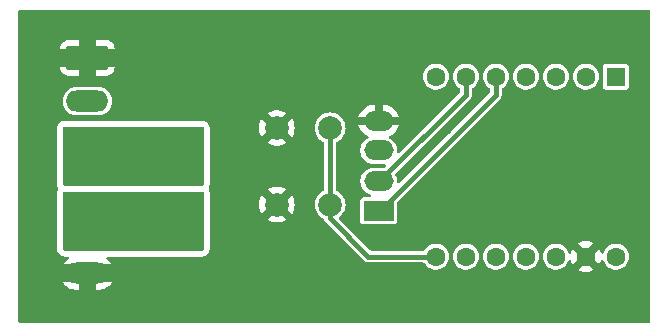
<source format=gbr>
%TF.GenerationSoftware,KiCad,Pcbnew,8.0.3*%
%TF.CreationDate,2024-06-15T12:10:25-04:00*%
%TF.ProjectId,RP2040_Count,52503230-3430-45f4-936f-756e742e6b69,v2*%
%TF.SameCoordinates,Original*%
%TF.FileFunction,Copper,L2,Bot*%
%TF.FilePolarity,Positive*%
%FSLAX46Y46*%
G04 Gerber Fmt 4.6, Leading zero omitted, Abs format (unit mm)*
G04 Created by KiCad (PCBNEW 8.0.3) date 2024-06-15 12:10:25*
%MOMM*%
%LPD*%
G01*
G04 APERTURE LIST*
G04 Aperture macros list*
%AMRoundRect*
0 Rectangle with rounded corners*
0 $1 Rounding radius*
0 $2 $3 $4 $5 $6 $7 $8 $9 X,Y pos of 4 corners*
0 Add a 4 corners polygon primitive as box body*
4,1,4,$2,$3,$4,$5,$6,$7,$8,$9,$2,$3,0*
0 Add four circle primitives for the rounded corners*
1,1,$1+$1,$2,$3*
1,1,$1+$1,$4,$5*
1,1,$1+$1,$6,$7*
1,1,$1+$1,$8,$9*
0 Add four rect primitives between the rounded corners*
20,1,$1+$1,$2,$3,$4,$5,0*
20,1,$1+$1,$4,$5,$6,$7,0*
20,1,$1+$1,$6,$7,$8,$9,0*
20,1,$1+$1,$8,$9,$2,$3,0*%
G04 Aperture macros list end*
%TA.AperFunction,ComponentPad*%
%ADD10RoundRect,0.250000X-1.550000X0.650000X-1.550000X-0.650000X1.550000X-0.650000X1.550000X0.650000X0*%
%TD*%
%TA.AperFunction,ComponentPad*%
%ADD11O,3.600000X1.800000*%
%TD*%
%TA.AperFunction,ComponentPad*%
%ADD12R,1.600000X1.600000*%
%TD*%
%TA.AperFunction,ComponentPad*%
%ADD13C,1.600000*%
%TD*%
%TA.AperFunction,ComponentPad*%
%ADD14RoundRect,0.291667X-1.508333X0.758333X-1.508333X-0.758333X1.508333X-0.758333X1.508333X0.758333X0*%
%TD*%
%TA.AperFunction,ComponentPad*%
%ADD15O,3.600000X2.100000*%
%TD*%
%TA.AperFunction,ComponentPad*%
%ADD16R,2.500000X1.700000*%
%TD*%
%TA.AperFunction,ComponentPad*%
%ADD17O,2.500000X1.700000*%
%TD*%
%TA.AperFunction,ComponentPad*%
%ADD18C,2.000000*%
%TD*%
%TA.AperFunction,ViaPad*%
%ADD19C,0.800000*%
%TD*%
%TA.AperFunction,Conductor*%
%ADD20C,0.400000*%
%TD*%
G04 APERTURE END LIST*
D10*
%TO.P,TB1,1,P1*%
%TO.N,VIN1*%
X105357500Y-92112500D03*
D11*
%TO.P,TB1,2,P2*%
%TO.N,GND*%
X105357500Y-95922500D03*
%TD*%
D12*
%TO.P,U2,1,PA02_A0_D0*%
%TO.N,unconnected-(U2-PA02_A0_D0-Pad1)*%
X150100000Y-79260000D03*
D13*
%TO.P,U2,2,PA4_A1_D1*%
%TO.N,unconnected-(U2-PA4_A1_D1-Pad2)*%
X147560000Y-79260000D03*
%TO.P,U2,3,PA10_A2_D2*%
%TO.N,unconnected-(U2-PA10_A2_D2-Pad3)*%
X145020000Y-79260000D03*
%TO.P,U2,4,PA11_A3_D3*%
%TO.N,unconnected-(U2-PA11_A3_D3-Pad4)*%
X142480000Y-79260000D03*
%TO.P,U2,5,PA8_A4_D4_SDA*%
%TO.N,I2C_SDA*%
X139940000Y-79260000D03*
%TO.P,U2,6,PA9_A5_D5_SCL*%
%TO.N,I2C_SCL*%
X137400000Y-79260000D03*
%TO.P,U2,7,PB08_A6_D6_TX*%
%TO.N,OUT1*%
X134860000Y-79260000D03*
%TO.P,U2,8,PB09_A7_D7_RX*%
%TO.N,SW1*%
X134860000Y-94500000D03*
%TO.P,U2,9,PA7_A8_D8_SCK*%
%TO.N,unconnected-(U2-PA7_A8_D8_SCK-Pad9)*%
X137400000Y-94500000D03*
%TO.P,U2,10,PA5_A9_D9_MISO*%
%TO.N,unconnected-(U2-PA5_A9_D9_MISO-Pad10)*%
X139940000Y-94500000D03*
%TO.P,U2,11,PA6_A10_D10_MOSI*%
%TO.N,unconnected-(U2-PA6_A10_D10_MOSI-Pad11)*%
X142480000Y-94500000D03*
%TO.P,U2,12,3V3*%
%TO.N,+3.3V*%
X145020000Y-94500000D03*
%TO.P,U2,13,GND*%
%TO.N,GND*%
X147560000Y-94500000D03*
%TO.P,U2,14,5V*%
%TO.N,+5V*%
X150100000Y-94500000D03*
%TD*%
D14*
%TO.P,J2,1,Pin_1*%
%TO.N,GND*%
X105357500Y-77680000D03*
D11*
%TO.P,J2,2,Pin_2*%
%TO.N,/DOUT1*%
X105357500Y-81340000D03*
D15*
%TO.P,J2,3,Pin_3*%
%TO.N,VOUT1*%
X105357500Y-85000000D03*
%TD*%
D16*
%TO.P,J3,1,Pin_1*%
%TO.N,I2C_SDA*%
X130010000Y-90620000D03*
D17*
%TO.P,J3,2,Pin_2*%
%TO.N,I2C_SCL*%
X130010000Y-88120000D03*
%TO.P,J3,3,Pin_3*%
%TO.N,+3.3V*%
X130010000Y-85520000D03*
%TO.P,J3,4,Pin_4*%
%TO.N,GND*%
X130010000Y-83020000D03*
%TD*%
D18*
%TO.P,SW1,1,1*%
%TO.N,SW1*%
X125900000Y-90100000D03*
X125900000Y-83600000D03*
%TO.P,SW1,2,2*%
%TO.N,GND*%
X121400000Y-90100000D03*
X121400000Y-83600000D03*
%TD*%
D19*
%TO.N,GND*%
X132450000Y-95810000D03*
X120200000Y-76900000D03*
X119500000Y-86500000D03*
X117400000Y-92700000D03*
X108000000Y-99000000D03*
X125600000Y-74600000D03*
X115900000Y-99000000D03*
X125510000Y-92560000D03*
X127630000Y-95110000D03*
X152200000Y-74400000D03*
X150700000Y-81900000D03*
X151900000Y-99200000D03*
X121400000Y-81000000D03*
X118000000Y-76900000D03*
X147050000Y-81900000D03*
X119100000Y-75900000D03*
X124600000Y-74600000D03*
X132600000Y-86900000D03*
X109100000Y-76400000D03*
X131500000Y-77900000D03*
X101000000Y-94500000D03*
X123510000Y-74660000D03*
X120200000Y-75900000D03*
X119800000Y-79500000D03*
X150600000Y-92600000D03*
X113700000Y-97300000D03*
X114200000Y-74200000D03*
X136200000Y-87300000D03*
X148400000Y-99100000D03*
X146290000Y-74320000D03*
X135800000Y-83800000D03*
X131310000Y-74310000D03*
X141800000Y-92800000D03*
X145300000Y-98900000D03*
X119500000Y-92600000D03*
X116600000Y-74200000D03*
X135400000Y-81100000D03*
X141000000Y-99000000D03*
X121060000Y-94050000D03*
X118000000Y-75900000D03*
X112000000Y-74200000D03*
X130120000Y-95930000D03*
X110700000Y-95500000D03*
X139140000Y-74310000D03*
X111500000Y-76400000D03*
X147000000Y-97900000D03*
X146100000Y-92500000D03*
X121900000Y-97200000D03*
X112100000Y-97100000D03*
X122700000Y-81000000D03*
X116300000Y-92700000D03*
X121000000Y-99000000D03*
X126600000Y-76100000D03*
X112080000Y-98970000D03*
X113100000Y-74200000D03*
X142625000Y-81900000D03*
X118800000Y-81000000D03*
X130160000Y-93130000D03*
X135000000Y-99000000D03*
X132400000Y-90200000D03*
X124830000Y-86510000D03*
X111500000Y-75200000D03*
X119800000Y-81000000D03*
X115400000Y-74200000D03*
X101000000Y-99000000D03*
X138200000Y-84700000D03*
X124380000Y-80240000D03*
X127080000Y-80260000D03*
X150700000Y-86600000D03*
X126600000Y-74600000D03*
X127000000Y-99000000D03*
X119100000Y-76900000D03*
X118800000Y-79500000D03*
X118400000Y-92700000D03*
%TO.N,VIN1*%
X112700000Y-90500000D03*
X113700000Y-90500000D03*
X111700000Y-93500000D03*
X114700000Y-92500000D03*
X114700000Y-89500000D03*
X110700000Y-93500000D03*
X112700000Y-89500000D03*
X110700000Y-90500000D03*
X111700000Y-89500000D03*
X112700000Y-93500000D03*
X109700000Y-89500000D03*
X113700000Y-89500000D03*
X113700000Y-93500000D03*
X109700000Y-93500000D03*
X114700000Y-93500000D03*
X110700000Y-89500000D03*
X114700000Y-91500000D03*
X114700000Y-90500000D03*
X109700000Y-91500000D03*
X109700000Y-90500000D03*
X111700000Y-90500000D03*
X109700000Y-92500000D03*
%TO.N,VOUT1*%
X114700000Y-86000000D03*
X114700000Y-85000000D03*
X111700000Y-84000000D03*
X110700000Y-84000000D03*
X114700000Y-84000000D03*
X114700000Y-87000000D03*
X109700000Y-85000000D03*
X111700000Y-88000000D03*
X113700000Y-84000000D03*
X109700000Y-86000000D03*
X110700000Y-88000000D03*
X112700000Y-88000000D03*
X109700000Y-88000000D03*
X109700000Y-87000000D03*
X110700000Y-87000000D03*
X114700000Y-88000000D03*
X109700000Y-84000000D03*
X113700000Y-87000000D03*
X112700000Y-84000000D03*
X112700000Y-87000000D03*
X111700000Y-87000000D03*
X113700000Y-88000000D03*
%TD*%
D20*
%TO.N,I2C_SDA*%
X130111371Y-90620000D02*
X130010000Y-90620000D01*
X139940000Y-79260000D02*
X139940000Y-80791371D01*
X139940000Y-80791371D02*
X130111371Y-90620000D01*
%TO.N,I2C_SCL*%
X130010000Y-88120000D02*
X130080000Y-88120000D01*
X137400000Y-80800000D02*
X137400000Y-79260000D01*
X130080000Y-88120000D02*
X137400000Y-80800000D01*
%TO.N,SW1*%
X125900000Y-90100000D02*
X125900000Y-91260000D01*
X125900000Y-83600000D02*
X125900000Y-90100000D01*
X129140000Y-94500000D02*
X134860000Y-94500000D01*
X125900000Y-91260000D02*
X129140000Y-94500000D01*
%TD*%
%TA.AperFunction,Conductor*%
%TO.N,GND*%
G36*
X152943039Y-73619685D02*
G01*
X152988794Y-73672489D01*
X153000000Y-73724000D01*
X153000000Y-99976000D01*
X152980315Y-100043039D01*
X152927511Y-100088794D01*
X152876000Y-100100000D01*
X99624000Y-100100000D01*
X99556961Y-100080315D01*
X99511206Y-100027511D01*
X99500000Y-99976000D01*
X99500000Y-96672500D01*
X103271912Y-96672500D01*
X103389637Y-96834535D01*
X103389642Y-96834541D01*
X103545458Y-96990357D01*
X103723739Y-97119886D01*
X103920089Y-97219932D01*
X104129664Y-97288026D01*
X104347319Y-97322500D01*
X104607500Y-97322500D01*
X106107500Y-97322500D01*
X106367681Y-97322500D01*
X106585335Y-97288026D01*
X106794910Y-97219932D01*
X106991260Y-97119886D01*
X107169541Y-96990357D01*
X107325357Y-96834541D01*
X107325362Y-96834535D01*
X107443087Y-96672500D01*
X106107500Y-96672500D01*
X106107500Y-97322500D01*
X104607500Y-97322500D01*
X104607500Y-96672500D01*
X103271912Y-96672500D01*
X99500000Y-96672500D01*
X99500000Y-95843509D01*
X104757500Y-95843509D01*
X104757500Y-96001491D01*
X104798389Y-96154091D01*
X104877381Y-96290908D01*
X104989092Y-96402619D01*
X105125909Y-96481611D01*
X105278509Y-96522500D01*
X105436491Y-96522500D01*
X105589091Y-96481611D01*
X105725908Y-96402619D01*
X105837619Y-96290908D01*
X105916611Y-96154091D01*
X105957500Y-96001491D01*
X105957500Y-95843509D01*
X105916611Y-95690909D01*
X105837619Y-95554092D01*
X105725908Y-95442381D01*
X105589091Y-95363389D01*
X105436491Y-95322500D01*
X105278509Y-95322500D01*
X105125909Y-95363389D01*
X104989092Y-95442381D01*
X104877381Y-95554092D01*
X104798389Y-95690909D01*
X104757500Y-95843509D01*
X99500000Y-95843509D01*
X99500000Y-83624000D01*
X102794500Y-83624000D01*
X102794500Y-88376000D01*
X102794501Y-88376009D01*
X102806052Y-88483450D01*
X102806054Y-88483462D01*
X102817260Y-88534972D01*
X102851383Y-88637497D01*
X102851386Y-88637503D01*
X102878964Y-88680414D01*
X102898649Y-88747453D01*
X102887443Y-88798966D01*
X102834664Y-88914534D01*
X102814976Y-88981582D01*
X102809949Y-89016549D01*
X102794500Y-89124000D01*
X102794500Y-93876000D01*
X102794501Y-93876009D01*
X102806052Y-93983450D01*
X102806054Y-93983462D01*
X102817260Y-94034972D01*
X102851383Y-94137497D01*
X102851386Y-94137503D01*
X102929171Y-94258537D01*
X102929179Y-94258548D01*
X102974923Y-94311340D01*
X102974926Y-94311343D01*
X102974930Y-94311347D01*
X103083664Y-94405567D01*
X103083667Y-94405568D01*
X103083668Y-94405569D01*
X103177925Y-94448616D01*
X103214541Y-94465338D01*
X103281580Y-94485023D01*
X103281584Y-94485024D01*
X103424000Y-94505500D01*
X103424003Y-94505500D01*
X103644378Y-94505500D01*
X103711417Y-94525185D01*
X103757172Y-94577989D01*
X103767116Y-94647147D01*
X103738091Y-94710703D01*
X103717264Y-94729818D01*
X103545458Y-94854642D01*
X103389642Y-95010458D01*
X103389637Y-95010464D01*
X103271912Y-95172499D01*
X103271912Y-95172500D01*
X107443088Y-95172500D01*
X107443087Y-95172499D01*
X107325362Y-95010464D01*
X107325357Y-95010458D01*
X107169541Y-94854642D01*
X106997736Y-94729818D01*
X106955071Y-94674488D01*
X106949092Y-94604875D01*
X106981698Y-94543080D01*
X107042537Y-94508722D01*
X107070622Y-94505500D01*
X115075990Y-94505500D01*
X115076000Y-94505500D01*
X115183456Y-94493947D01*
X115234967Y-94482741D01*
X115269197Y-94471347D01*
X115337497Y-94448616D01*
X115337501Y-94448613D01*
X115337504Y-94448613D01*
X115458543Y-94370825D01*
X115511347Y-94325070D01*
X115605567Y-94216336D01*
X115665338Y-94085459D01*
X115685023Y-94018420D01*
X115685024Y-94018416D01*
X115705500Y-93876000D01*
X115705500Y-90099994D01*
X119894859Y-90099994D01*
X119894859Y-90100005D01*
X119915385Y-90347729D01*
X119915387Y-90347738D01*
X119976412Y-90588717D01*
X120076265Y-90816362D01*
X120076267Y-90816366D01*
X120120679Y-90884344D01*
X120850000Y-90155024D01*
X120850000Y-90172409D01*
X120887482Y-90312292D01*
X120959890Y-90437708D01*
X121062292Y-90540110D01*
X121187708Y-90612518D01*
X121327591Y-90650000D01*
X121344975Y-90650000D01*
X120614500Y-91380473D01*
X120795391Y-91478367D01*
X120795399Y-91478370D01*
X121030506Y-91559083D01*
X121275707Y-91600000D01*
X121524293Y-91600000D01*
X121769493Y-91559083D01*
X122004600Y-91478370D01*
X122004608Y-91478367D01*
X122185498Y-91380473D01*
X121455025Y-90650000D01*
X121472409Y-90650000D01*
X121612292Y-90612518D01*
X121737708Y-90540110D01*
X121840110Y-90437708D01*
X121912518Y-90312292D01*
X121950000Y-90172409D01*
X121950000Y-90155026D01*
X122679319Y-90884345D01*
X122723731Y-90816369D01*
X122823587Y-90588717D01*
X122884612Y-90347738D01*
X122884614Y-90347729D01*
X122905141Y-90100005D01*
X122905141Y-90099994D01*
X122884614Y-89852270D01*
X122884612Y-89852261D01*
X122823587Y-89611282D01*
X122723732Y-89383632D01*
X122679319Y-89315653D01*
X121950000Y-90044973D01*
X121950000Y-90027591D01*
X121912518Y-89887708D01*
X121840110Y-89762292D01*
X121737708Y-89659890D01*
X121612292Y-89587482D01*
X121472409Y-89550000D01*
X121455026Y-89550000D01*
X122185498Y-88819525D01*
X122004609Y-88721632D01*
X122004603Y-88721630D01*
X121769493Y-88640916D01*
X121524293Y-88600000D01*
X121275707Y-88600000D01*
X121030506Y-88640916D01*
X120795396Y-88721630D01*
X120795385Y-88721635D01*
X120614500Y-88819524D01*
X120614500Y-88819525D01*
X121344975Y-89550000D01*
X121327591Y-89550000D01*
X121187708Y-89587482D01*
X121062292Y-89659890D01*
X120959890Y-89762292D01*
X120887482Y-89887708D01*
X120850000Y-90027591D01*
X120850000Y-90044975D01*
X120120679Y-89315654D01*
X120076267Y-89383634D01*
X119976411Y-89611282D01*
X119915387Y-89852261D01*
X119915385Y-89852270D01*
X119894859Y-90099994D01*
X115705500Y-90099994D01*
X115705500Y-89124000D01*
X115693947Y-89016544D01*
X115682741Y-88965033D01*
X115682637Y-88964722D01*
X115648615Y-88862499D01*
X115621035Y-88819585D01*
X115601350Y-88752545D01*
X115612555Y-88701034D01*
X115665338Y-88585459D01*
X115685023Y-88518420D01*
X115685024Y-88518416D01*
X115705500Y-88376000D01*
X115705500Y-83624000D01*
X115702919Y-83599994D01*
X119894859Y-83599994D01*
X119894859Y-83600005D01*
X119915385Y-83847729D01*
X119915387Y-83847738D01*
X119976412Y-84088717D01*
X120076265Y-84316362D01*
X120076267Y-84316366D01*
X120120679Y-84384344D01*
X120850000Y-83655024D01*
X120850000Y-83672409D01*
X120887482Y-83812292D01*
X120959890Y-83937708D01*
X121062292Y-84040110D01*
X121187708Y-84112518D01*
X121327591Y-84150000D01*
X121344975Y-84150000D01*
X120614500Y-84880473D01*
X120795391Y-84978367D01*
X120795399Y-84978370D01*
X121030506Y-85059083D01*
X121275707Y-85100000D01*
X121524293Y-85100000D01*
X121769493Y-85059083D01*
X122004600Y-84978370D01*
X122004608Y-84978367D01*
X122185498Y-84880473D01*
X121455025Y-84150000D01*
X121472409Y-84150000D01*
X121612292Y-84112518D01*
X121737708Y-84040110D01*
X121840110Y-83937708D01*
X121912518Y-83812292D01*
X121950000Y-83672409D01*
X121950000Y-83655026D01*
X122679319Y-84384345D01*
X122723731Y-84316369D01*
X122823587Y-84088717D01*
X122884612Y-83847738D01*
X122884614Y-83847729D01*
X122905141Y-83600005D01*
X122905141Y-83599998D01*
X124594532Y-83599998D01*
X124594532Y-83600001D01*
X124614364Y-83826686D01*
X124614366Y-83826697D01*
X124673258Y-84046488D01*
X124673261Y-84046497D01*
X124769431Y-84252732D01*
X124769432Y-84252734D01*
X124899954Y-84439141D01*
X125060858Y-84600045D01*
X125060861Y-84600047D01*
X125247266Y-84730568D01*
X125327904Y-84768170D01*
X125380344Y-84814342D01*
X125399500Y-84880552D01*
X125399500Y-88819446D01*
X125379815Y-88886485D01*
X125327906Y-88931828D01*
X125247266Y-88969431D01*
X125060858Y-89099954D01*
X124899954Y-89260858D01*
X124769432Y-89447265D01*
X124769431Y-89447267D01*
X124673261Y-89653502D01*
X124673258Y-89653511D01*
X124614366Y-89873302D01*
X124614364Y-89873313D01*
X124594532Y-90099998D01*
X124594532Y-90100001D01*
X124614364Y-90326686D01*
X124614366Y-90326697D01*
X124673258Y-90546488D01*
X124673261Y-90546497D01*
X124769431Y-90752732D01*
X124769432Y-90752734D01*
X124899954Y-90939141D01*
X125060858Y-91100045D01*
X125060861Y-91100047D01*
X125247266Y-91230568D01*
X125339643Y-91273644D01*
X125392083Y-91319816D01*
X125407012Y-91353930D01*
X125414125Y-91380473D01*
X125433608Y-91453187D01*
X125448146Y-91478367D01*
X125499500Y-91567314D01*
X128832686Y-94900500D01*
X128946814Y-94966392D01*
X129074108Y-95000500D01*
X129205892Y-95000500D01*
X133803056Y-95000500D01*
X133870095Y-95020185D01*
X133914055Y-95069226D01*
X133920326Y-95081821D01*
X134043237Y-95244581D01*
X134193958Y-95381980D01*
X134193960Y-95381982D01*
X134291509Y-95442381D01*
X134367363Y-95489348D01*
X134557544Y-95563024D01*
X134758024Y-95600500D01*
X134758026Y-95600500D01*
X134961974Y-95600500D01*
X134961976Y-95600500D01*
X135162456Y-95563024D01*
X135352637Y-95489348D01*
X135526041Y-95381981D01*
X135676764Y-95244579D01*
X135799673Y-95081821D01*
X135890582Y-94899250D01*
X135946397Y-94703083D01*
X135965215Y-94500000D01*
X135965215Y-94499999D01*
X136294785Y-94499999D01*
X136294785Y-94500000D01*
X136313602Y-94703082D01*
X136369417Y-94899247D01*
X136369422Y-94899260D01*
X136460327Y-95081821D01*
X136583237Y-95244581D01*
X136733958Y-95381980D01*
X136733960Y-95381982D01*
X136831509Y-95442381D01*
X136907363Y-95489348D01*
X137097544Y-95563024D01*
X137298024Y-95600500D01*
X137298026Y-95600500D01*
X137501974Y-95600500D01*
X137501976Y-95600500D01*
X137702456Y-95563024D01*
X137892637Y-95489348D01*
X138066041Y-95381981D01*
X138216764Y-95244579D01*
X138339673Y-95081821D01*
X138430582Y-94899250D01*
X138486397Y-94703083D01*
X138505215Y-94500000D01*
X138505215Y-94499999D01*
X138834785Y-94499999D01*
X138834785Y-94500000D01*
X138853602Y-94703082D01*
X138909417Y-94899247D01*
X138909422Y-94899260D01*
X139000327Y-95081821D01*
X139123237Y-95244581D01*
X139273958Y-95381980D01*
X139273960Y-95381982D01*
X139371509Y-95442381D01*
X139447363Y-95489348D01*
X139637544Y-95563024D01*
X139838024Y-95600500D01*
X139838026Y-95600500D01*
X140041974Y-95600500D01*
X140041976Y-95600500D01*
X140242456Y-95563024D01*
X140432637Y-95489348D01*
X140606041Y-95381981D01*
X140756764Y-95244579D01*
X140879673Y-95081821D01*
X140970582Y-94899250D01*
X141026397Y-94703083D01*
X141045215Y-94500000D01*
X141045215Y-94499999D01*
X141374785Y-94499999D01*
X141374785Y-94500000D01*
X141393602Y-94703082D01*
X141449417Y-94899247D01*
X141449422Y-94899260D01*
X141540327Y-95081821D01*
X141663237Y-95244581D01*
X141813958Y-95381980D01*
X141813960Y-95381982D01*
X141911509Y-95442381D01*
X141987363Y-95489348D01*
X142177544Y-95563024D01*
X142378024Y-95600500D01*
X142378026Y-95600500D01*
X142581974Y-95600500D01*
X142581976Y-95600500D01*
X142782456Y-95563024D01*
X142972637Y-95489348D01*
X143146041Y-95381981D01*
X143296764Y-95244579D01*
X143419673Y-95081821D01*
X143510582Y-94899250D01*
X143566397Y-94703083D01*
X143585215Y-94500000D01*
X143585215Y-94499999D01*
X143914785Y-94499999D01*
X143914785Y-94500000D01*
X143933602Y-94703082D01*
X143989417Y-94899247D01*
X143989422Y-94899260D01*
X144080327Y-95081821D01*
X144203237Y-95244581D01*
X144353958Y-95381980D01*
X144353960Y-95381982D01*
X144451509Y-95442381D01*
X144527363Y-95489348D01*
X144717544Y-95563024D01*
X144918024Y-95600500D01*
X144918026Y-95600500D01*
X145121974Y-95600500D01*
X145121976Y-95600500D01*
X145322456Y-95563024D01*
X145512637Y-95489348D01*
X145686041Y-95381981D01*
X145836764Y-95244579D01*
X145959673Y-95081821D01*
X146050582Y-94899250D01*
X146067058Y-94841342D01*
X146104334Y-94782255D01*
X146167644Y-94752697D01*
X146236884Y-94762059D01*
X146290070Y-94807368D01*
X146306097Y-94843188D01*
X146333731Y-94946319D01*
X146333735Y-94946331D01*
X146424355Y-95140668D01*
X146424356Y-95140668D01*
X147060000Y-94505024D01*
X147060000Y-94565826D01*
X147094075Y-94692993D01*
X147159901Y-94807007D01*
X147252993Y-94900099D01*
X147367007Y-94965925D01*
X147494174Y-95000000D01*
X147554975Y-95000000D01*
X146919331Y-95635642D01*
X147113673Y-95726265D01*
X147113682Y-95726269D01*
X147333389Y-95785139D01*
X147333400Y-95785141D01*
X147559998Y-95804966D01*
X147560002Y-95804966D01*
X147786599Y-95785141D01*
X147786610Y-95785139D01*
X148006317Y-95726269D01*
X148006326Y-95726265D01*
X148200668Y-95635642D01*
X147565026Y-95000000D01*
X147625826Y-95000000D01*
X147752993Y-94965925D01*
X147867007Y-94900099D01*
X147960099Y-94807007D01*
X148025925Y-94692993D01*
X148060000Y-94565826D01*
X148060000Y-94505025D01*
X148695642Y-95140667D01*
X148786265Y-94946326D01*
X148786269Y-94946317D01*
X148813902Y-94843189D01*
X148850267Y-94783528D01*
X148913113Y-94752999D01*
X148982489Y-94761293D01*
X149036367Y-94805779D01*
X149052943Y-94841347D01*
X149069417Y-94899247D01*
X149069422Y-94899260D01*
X149160327Y-95081821D01*
X149283237Y-95244581D01*
X149433958Y-95381980D01*
X149433960Y-95381982D01*
X149531509Y-95442381D01*
X149607363Y-95489348D01*
X149797544Y-95563024D01*
X149998024Y-95600500D01*
X149998026Y-95600500D01*
X150201974Y-95600500D01*
X150201976Y-95600500D01*
X150402456Y-95563024D01*
X150592637Y-95489348D01*
X150766041Y-95381981D01*
X150916764Y-95244579D01*
X151039673Y-95081821D01*
X151130582Y-94899250D01*
X151186397Y-94703083D01*
X151205215Y-94500000D01*
X151199115Y-94434174D01*
X151186397Y-94296917D01*
X151175480Y-94258548D01*
X151130582Y-94100750D01*
X151130159Y-94099901D01*
X151062081Y-93963181D01*
X151039673Y-93918179D01*
X150916764Y-93755421D01*
X150916762Y-93755418D01*
X150766041Y-93618019D01*
X150766039Y-93618017D01*
X150592642Y-93510655D01*
X150592635Y-93510651D01*
X150497546Y-93473814D01*
X150402456Y-93436976D01*
X150201976Y-93399500D01*
X149998024Y-93399500D01*
X149797544Y-93436976D01*
X149797541Y-93436976D01*
X149797541Y-93436977D01*
X149607364Y-93510651D01*
X149607357Y-93510655D01*
X149433960Y-93618017D01*
X149433958Y-93618019D01*
X149283237Y-93755418D01*
X149160327Y-93918178D01*
X149069422Y-94100739D01*
X149069418Y-94100750D01*
X149052943Y-94158653D01*
X149015663Y-94217746D01*
X148952353Y-94247303D01*
X148883113Y-94237939D01*
X148829927Y-94192629D01*
X148813902Y-94156810D01*
X148786269Y-94053682D01*
X148786265Y-94053673D01*
X148695642Y-93859331D01*
X148060000Y-94494973D01*
X148060000Y-94434174D01*
X148025925Y-94307007D01*
X147960099Y-94192993D01*
X147867007Y-94099901D01*
X147752993Y-94034075D01*
X147625826Y-94000000D01*
X147565026Y-94000000D01*
X148200668Y-93364356D01*
X148200668Y-93364355D01*
X148006331Y-93273735D01*
X148006317Y-93273730D01*
X147786610Y-93214860D01*
X147786599Y-93214858D01*
X147560002Y-93195034D01*
X147559998Y-93195034D01*
X147333400Y-93214858D01*
X147333389Y-93214860D01*
X147113682Y-93273730D01*
X147113668Y-93273735D01*
X146919330Y-93364355D01*
X147554975Y-94000000D01*
X147494174Y-94000000D01*
X147367007Y-94034075D01*
X147252993Y-94099901D01*
X147159901Y-94192993D01*
X147094075Y-94307007D01*
X147060000Y-94434174D01*
X147060000Y-94494975D01*
X146424355Y-93859330D01*
X146333735Y-94053668D01*
X146333731Y-94053680D01*
X146306097Y-94156811D01*
X146269731Y-94216471D01*
X146206884Y-94247000D01*
X146137509Y-94238705D01*
X146083631Y-94194219D01*
X146067056Y-94158651D01*
X146066532Y-94156811D01*
X146050582Y-94100750D01*
X146050159Y-94099901D01*
X145982081Y-93963181D01*
X145959673Y-93918179D01*
X145836764Y-93755421D01*
X145836762Y-93755418D01*
X145686041Y-93618019D01*
X145686039Y-93618017D01*
X145512642Y-93510655D01*
X145512635Y-93510651D01*
X145417546Y-93473814D01*
X145322456Y-93436976D01*
X145121976Y-93399500D01*
X144918024Y-93399500D01*
X144717544Y-93436976D01*
X144717541Y-93436976D01*
X144717541Y-93436977D01*
X144527364Y-93510651D01*
X144527357Y-93510655D01*
X144353960Y-93618017D01*
X144353958Y-93618019D01*
X144203237Y-93755418D01*
X144080327Y-93918178D01*
X143989422Y-94100739D01*
X143989417Y-94100752D01*
X143933602Y-94296917D01*
X143914785Y-94499999D01*
X143585215Y-94499999D01*
X143579115Y-94434174D01*
X143566397Y-94296917D01*
X143555480Y-94258548D01*
X143510582Y-94100750D01*
X143510159Y-94099901D01*
X143442081Y-93963181D01*
X143419673Y-93918179D01*
X143296764Y-93755421D01*
X143296762Y-93755418D01*
X143146041Y-93618019D01*
X143146039Y-93618017D01*
X142972642Y-93510655D01*
X142972635Y-93510651D01*
X142877546Y-93473814D01*
X142782456Y-93436976D01*
X142581976Y-93399500D01*
X142378024Y-93399500D01*
X142177544Y-93436976D01*
X142177541Y-93436976D01*
X142177541Y-93436977D01*
X141987364Y-93510651D01*
X141987357Y-93510655D01*
X141813960Y-93618017D01*
X141813958Y-93618019D01*
X141663237Y-93755418D01*
X141540327Y-93918178D01*
X141449422Y-94100739D01*
X141449417Y-94100752D01*
X141393602Y-94296917D01*
X141374785Y-94499999D01*
X141045215Y-94499999D01*
X141039115Y-94434174D01*
X141026397Y-94296917D01*
X141015480Y-94258548D01*
X140970582Y-94100750D01*
X140970159Y-94099901D01*
X140902081Y-93963181D01*
X140879673Y-93918179D01*
X140756764Y-93755421D01*
X140756762Y-93755418D01*
X140606041Y-93618019D01*
X140606039Y-93618017D01*
X140432642Y-93510655D01*
X140432635Y-93510651D01*
X140337546Y-93473814D01*
X140242456Y-93436976D01*
X140041976Y-93399500D01*
X139838024Y-93399500D01*
X139637544Y-93436976D01*
X139637541Y-93436976D01*
X139637541Y-93436977D01*
X139447364Y-93510651D01*
X139447357Y-93510655D01*
X139273960Y-93618017D01*
X139273958Y-93618019D01*
X139123237Y-93755418D01*
X139000327Y-93918178D01*
X138909422Y-94100739D01*
X138909417Y-94100752D01*
X138853602Y-94296917D01*
X138834785Y-94499999D01*
X138505215Y-94499999D01*
X138499115Y-94434174D01*
X138486397Y-94296917D01*
X138475480Y-94258548D01*
X138430582Y-94100750D01*
X138430159Y-94099901D01*
X138362081Y-93963181D01*
X138339673Y-93918179D01*
X138216764Y-93755421D01*
X138216762Y-93755418D01*
X138066041Y-93618019D01*
X138066039Y-93618017D01*
X137892642Y-93510655D01*
X137892635Y-93510651D01*
X137797546Y-93473814D01*
X137702456Y-93436976D01*
X137501976Y-93399500D01*
X137298024Y-93399500D01*
X137097544Y-93436976D01*
X137097541Y-93436976D01*
X137097541Y-93436977D01*
X136907364Y-93510651D01*
X136907357Y-93510655D01*
X136733960Y-93618017D01*
X136733958Y-93618019D01*
X136583237Y-93755418D01*
X136460327Y-93918178D01*
X136369422Y-94100739D01*
X136369417Y-94100752D01*
X136313602Y-94296917D01*
X136294785Y-94499999D01*
X135965215Y-94499999D01*
X135959115Y-94434174D01*
X135946397Y-94296917D01*
X135935480Y-94258548D01*
X135890582Y-94100750D01*
X135890159Y-94099901D01*
X135822081Y-93963181D01*
X135799673Y-93918179D01*
X135676764Y-93755421D01*
X135676762Y-93755418D01*
X135526041Y-93618019D01*
X135526039Y-93618017D01*
X135352642Y-93510655D01*
X135352635Y-93510651D01*
X135257546Y-93473814D01*
X135162456Y-93436976D01*
X134961976Y-93399500D01*
X134758024Y-93399500D01*
X134557544Y-93436976D01*
X134557541Y-93436976D01*
X134557541Y-93436977D01*
X134367364Y-93510651D01*
X134367357Y-93510655D01*
X134193960Y-93618017D01*
X134193958Y-93618019D01*
X134043237Y-93755418D01*
X133920326Y-93918178D01*
X133914055Y-93930774D01*
X133866551Y-93982010D01*
X133803056Y-93999500D01*
X129398676Y-93999500D01*
X129331637Y-93979815D01*
X129310995Y-93963181D01*
X126672314Y-91324500D01*
X126638829Y-91263177D01*
X126643813Y-91193485D01*
X126685685Y-91137552D01*
X126688835Y-91135269D01*
X126739139Y-91100047D01*
X126900047Y-90939139D01*
X127030568Y-90752734D01*
X127126739Y-90546496D01*
X127185635Y-90326692D01*
X127205468Y-90100000D01*
X127205467Y-90099994D01*
X127190599Y-89930046D01*
X127185635Y-89873308D01*
X127126739Y-89653504D01*
X127030568Y-89447266D01*
X126900047Y-89260861D01*
X126900045Y-89260858D01*
X126739141Y-89099954D01*
X126552733Y-88969431D01*
X126472094Y-88931828D01*
X126419655Y-88885655D01*
X126400500Y-88819446D01*
X126400500Y-84880552D01*
X126420185Y-84813513D01*
X126472096Y-84768170D01*
X126552734Y-84730568D01*
X126739139Y-84600047D01*
X126900047Y-84439139D01*
X127030568Y-84252734D01*
X127126739Y-84046496D01*
X127185635Y-83826692D01*
X127205468Y-83600000D01*
X127205467Y-83599994D01*
X127198167Y-83516549D01*
X127185635Y-83373308D01*
X127126739Y-83153504D01*
X127030568Y-82947266D01*
X126900047Y-82760861D01*
X126900045Y-82760858D01*
X126809186Y-82669999D01*
X128304248Y-82669999D01*
X128304248Y-82670000D01*
X129652894Y-82670000D01*
X129609901Y-82712993D01*
X129544075Y-82827007D01*
X129510000Y-82954174D01*
X129510000Y-83085826D01*
X129544075Y-83212993D01*
X129609901Y-83327007D01*
X129652894Y-83370000D01*
X128304248Y-83370000D01*
X128358907Y-83538222D01*
X128455379Y-83727557D01*
X128580272Y-83899459D01*
X128580276Y-83899464D01*
X128730535Y-84049723D01*
X128730540Y-84049727D01*
X128902442Y-84174620D01*
X129092511Y-84271466D01*
X129143307Y-84319441D01*
X129160102Y-84387262D01*
X129137565Y-84453397D01*
X129092512Y-84492435D01*
X129007004Y-84536004D01*
X128860505Y-84642441D01*
X128860500Y-84642445D01*
X128732445Y-84770500D01*
X128732441Y-84770505D01*
X128626006Y-84917002D01*
X128543788Y-85078360D01*
X128543787Y-85078363D01*
X128487829Y-85250589D01*
X128459500Y-85429448D01*
X128459500Y-85610551D01*
X128487829Y-85789410D01*
X128543787Y-85961636D01*
X128543788Y-85961639D01*
X128626006Y-86122997D01*
X128732441Y-86269494D01*
X128732445Y-86269499D01*
X128860500Y-86397554D01*
X128860505Y-86397558D01*
X128988287Y-86490396D01*
X129007006Y-86503996D01*
X129112484Y-86557740D01*
X129168360Y-86586211D01*
X129168363Y-86586212D01*
X129254476Y-86614191D01*
X129340591Y-86642171D01*
X129423429Y-86655291D01*
X129519449Y-86670500D01*
X129519454Y-86670500D01*
X130500549Y-86670500D01*
X130505174Y-86669767D01*
X130574468Y-86678715D01*
X130627925Y-86723706D01*
X130648571Y-86790455D01*
X130629853Y-86857771D01*
X130612266Y-86879918D01*
X130559005Y-86933180D01*
X130497682Y-86966666D01*
X130471323Y-86969500D01*
X129519449Y-86969500D01*
X129340589Y-86997829D01*
X129168363Y-87053787D01*
X129168360Y-87053788D01*
X129007002Y-87136006D01*
X128860505Y-87242441D01*
X128860500Y-87242445D01*
X128732445Y-87370500D01*
X128732441Y-87370505D01*
X128626006Y-87517002D01*
X128543788Y-87678360D01*
X128543787Y-87678363D01*
X128487829Y-87850589D01*
X128459500Y-88029448D01*
X128459500Y-88210551D01*
X128487829Y-88389410D01*
X128543787Y-88561636D01*
X128543788Y-88561639D01*
X128626006Y-88722997D01*
X128732441Y-88869494D01*
X128732445Y-88869499D01*
X128860500Y-88997554D01*
X128860505Y-88997558D01*
X128988287Y-89090396D01*
X129007006Y-89103996D01*
X129112484Y-89157740D01*
X129168360Y-89186211D01*
X129168366Y-89186213D01*
X129295650Y-89227569D01*
X129353326Y-89267006D01*
X129380525Y-89331364D01*
X129368611Y-89400210D01*
X129321367Y-89451687D01*
X129257333Y-89469500D01*
X128715143Y-89469500D01*
X128715117Y-89469502D01*
X128690012Y-89472413D01*
X128690008Y-89472415D01*
X128587235Y-89517793D01*
X128507794Y-89597234D01*
X128462415Y-89700006D01*
X128462415Y-89700008D01*
X128459500Y-89725131D01*
X128459500Y-91514856D01*
X128459502Y-91514882D01*
X128462413Y-91539987D01*
X128462415Y-91539991D01*
X128507793Y-91642764D01*
X128507794Y-91642765D01*
X128587235Y-91722206D01*
X128690009Y-91767585D01*
X128715135Y-91770500D01*
X131304864Y-91770499D01*
X131304879Y-91770497D01*
X131304882Y-91770497D01*
X131329987Y-91767586D01*
X131329988Y-91767585D01*
X131329991Y-91767585D01*
X131432765Y-91722206D01*
X131512206Y-91642765D01*
X131557585Y-91539991D01*
X131560500Y-91514865D01*
X131560499Y-89930045D01*
X131580184Y-89863007D01*
X131596813Y-89842370D01*
X140340499Y-81098686D01*
X140406392Y-80984557D01*
X140440500Y-80857264D01*
X140440500Y-80725479D01*
X140440500Y-80313546D01*
X140460185Y-80246507D01*
X140499218Y-80208122D01*
X140606041Y-80141981D01*
X140756764Y-80004579D01*
X140879673Y-79841821D01*
X140970582Y-79659250D01*
X141026397Y-79463083D01*
X141045215Y-79260000D01*
X141045215Y-79259999D01*
X141374785Y-79259999D01*
X141374785Y-79260000D01*
X141393602Y-79463082D01*
X141449417Y-79659247D01*
X141449422Y-79659260D01*
X141540327Y-79841821D01*
X141663237Y-80004581D01*
X141773248Y-80104868D01*
X141811237Y-80139500D01*
X141813958Y-80141980D01*
X141813960Y-80141982D01*
X141857693Y-80169060D01*
X141987363Y-80249348D01*
X142177544Y-80323024D01*
X142378024Y-80360500D01*
X142378026Y-80360500D01*
X142581974Y-80360500D01*
X142581976Y-80360500D01*
X142782456Y-80323024D01*
X142972637Y-80249348D01*
X143146041Y-80141981D01*
X143296764Y-80004579D01*
X143419673Y-79841821D01*
X143510582Y-79659250D01*
X143566397Y-79463083D01*
X143585215Y-79260000D01*
X143585215Y-79259999D01*
X143914785Y-79259999D01*
X143914785Y-79260000D01*
X143933602Y-79463082D01*
X143989417Y-79659247D01*
X143989422Y-79659260D01*
X144080327Y-79841821D01*
X144203237Y-80004581D01*
X144313248Y-80104868D01*
X144351237Y-80139500D01*
X144353958Y-80141980D01*
X144353960Y-80141982D01*
X144397693Y-80169060D01*
X144527363Y-80249348D01*
X144717544Y-80323024D01*
X144918024Y-80360500D01*
X144918026Y-80360500D01*
X145121974Y-80360500D01*
X145121976Y-80360500D01*
X145322456Y-80323024D01*
X145512637Y-80249348D01*
X145686041Y-80141981D01*
X145836764Y-80004579D01*
X145959673Y-79841821D01*
X146050582Y-79659250D01*
X146106397Y-79463083D01*
X146125215Y-79260000D01*
X146125215Y-79259999D01*
X146454785Y-79259999D01*
X146454785Y-79260000D01*
X146473602Y-79463082D01*
X146529417Y-79659247D01*
X146529422Y-79659260D01*
X146620327Y-79841821D01*
X146743237Y-80004581D01*
X146853248Y-80104868D01*
X146891237Y-80139500D01*
X146893958Y-80141980D01*
X146893960Y-80141982D01*
X146937693Y-80169060D01*
X147067363Y-80249348D01*
X147257544Y-80323024D01*
X147458024Y-80360500D01*
X147458026Y-80360500D01*
X147661974Y-80360500D01*
X147661976Y-80360500D01*
X147862456Y-80323024D01*
X148052637Y-80249348D01*
X148226041Y-80141981D01*
X148376764Y-80004579D01*
X148499673Y-79841821D01*
X148590582Y-79659250D01*
X148646397Y-79463083D01*
X148665215Y-79260000D01*
X148646397Y-79056917D01*
X148590582Y-78860750D01*
X148499673Y-78678179D01*
X148376764Y-78515421D01*
X148376762Y-78515418D01*
X148266751Y-78415131D01*
X148999500Y-78415131D01*
X148999500Y-80104856D01*
X148999502Y-80104882D01*
X149002413Y-80129987D01*
X149002415Y-80129991D01*
X149047793Y-80232764D01*
X149047794Y-80232765D01*
X149127235Y-80312206D01*
X149230009Y-80357585D01*
X149255135Y-80360500D01*
X150944864Y-80360499D01*
X150944879Y-80360497D01*
X150944882Y-80360497D01*
X150969987Y-80357586D01*
X150969988Y-80357585D01*
X150969991Y-80357585D01*
X151072765Y-80312206D01*
X151152206Y-80232765D01*
X151197585Y-80129991D01*
X151200500Y-80104865D01*
X151200499Y-78415136D01*
X151199324Y-78405000D01*
X151197586Y-78390012D01*
X151197585Y-78390010D01*
X151197585Y-78390009D01*
X151152206Y-78287235D01*
X151072765Y-78207794D01*
X151048267Y-78196977D01*
X150969992Y-78162415D01*
X150944865Y-78159500D01*
X149255143Y-78159500D01*
X149255117Y-78159502D01*
X149230012Y-78162413D01*
X149230008Y-78162415D01*
X149127235Y-78207793D01*
X149047794Y-78287234D01*
X149002415Y-78390006D01*
X149002415Y-78390008D01*
X148999500Y-78415131D01*
X148266751Y-78415131D01*
X148226041Y-78378019D01*
X148226039Y-78378017D01*
X148052642Y-78270655D01*
X148052635Y-78270651D01*
X147957546Y-78233814D01*
X147862456Y-78196976D01*
X147661976Y-78159500D01*
X147458024Y-78159500D01*
X147257544Y-78196976D01*
X147257541Y-78196976D01*
X147257541Y-78196977D01*
X147067364Y-78270651D01*
X147067357Y-78270655D01*
X146893960Y-78378017D01*
X146893958Y-78378019D01*
X146743237Y-78515418D01*
X146620327Y-78678178D01*
X146529422Y-78860739D01*
X146529417Y-78860752D01*
X146473602Y-79056917D01*
X146454785Y-79259999D01*
X146125215Y-79259999D01*
X146106397Y-79056917D01*
X146050582Y-78860750D01*
X145959673Y-78678179D01*
X145836764Y-78515421D01*
X145836762Y-78515418D01*
X145686041Y-78378019D01*
X145686039Y-78378017D01*
X145512642Y-78270655D01*
X145512635Y-78270651D01*
X145417546Y-78233814D01*
X145322456Y-78196976D01*
X145121976Y-78159500D01*
X144918024Y-78159500D01*
X144717544Y-78196976D01*
X144717541Y-78196976D01*
X144717541Y-78196977D01*
X144527364Y-78270651D01*
X144527357Y-78270655D01*
X144353960Y-78378017D01*
X144353958Y-78378019D01*
X144203237Y-78515418D01*
X144080327Y-78678178D01*
X143989422Y-78860739D01*
X143989417Y-78860752D01*
X143933602Y-79056917D01*
X143914785Y-79259999D01*
X143585215Y-79259999D01*
X143566397Y-79056917D01*
X143510582Y-78860750D01*
X143419673Y-78678179D01*
X143296764Y-78515421D01*
X143296762Y-78515418D01*
X143146041Y-78378019D01*
X143146039Y-78378017D01*
X142972642Y-78270655D01*
X142972635Y-78270651D01*
X142877546Y-78233814D01*
X142782456Y-78196976D01*
X142581976Y-78159500D01*
X142378024Y-78159500D01*
X142177544Y-78196976D01*
X142177541Y-78196976D01*
X142177541Y-78196977D01*
X141987364Y-78270651D01*
X141987357Y-78270655D01*
X141813960Y-78378017D01*
X141813958Y-78378019D01*
X141663237Y-78515418D01*
X141540327Y-78678178D01*
X141449422Y-78860739D01*
X141449417Y-78860752D01*
X141393602Y-79056917D01*
X141374785Y-79259999D01*
X141045215Y-79259999D01*
X141026397Y-79056917D01*
X140970582Y-78860750D01*
X140879673Y-78678179D01*
X140756764Y-78515421D01*
X140756762Y-78515418D01*
X140606041Y-78378019D01*
X140606039Y-78378017D01*
X140432642Y-78270655D01*
X140432635Y-78270651D01*
X140337546Y-78233814D01*
X140242456Y-78196976D01*
X140041976Y-78159500D01*
X139838024Y-78159500D01*
X139637544Y-78196976D01*
X139637541Y-78196976D01*
X139637541Y-78196977D01*
X139447364Y-78270651D01*
X139447357Y-78270655D01*
X139273960Y-78378017D01*
X139273958Y-78378019D01*
X139123237Y-78515418D01*
X139000327Y-78678178D01*
X138909422Y-78860739D01*
X138909417Y-78860752D01*
X138853602Y-79056917D01*
X138834785Y-79259999D01*
X138834785Y-79260000D01*
X138853602Y-79463082D01*
X138909417Y-79659247D01*
X138909422Y-79659260D01*
X139000327Y-79841821D01*
X139123237Y-80004581D01*
X139273955Y-80141978D01*
X139273957Y-80141979D01*
X139273959Y-80141981D01*
X139380779Y-80208121D01*
X139427413Y-80260146D01*
X139439500Y-80313546D01*
X139439500Y-80532694D01*
X139419815Y-80599733D01*
X139403181Y-80620375D01*
X131772181Y-88251375D01*
X131710858Y-88284860D01*
X131641166Y-88279876D01*
X131585233Y-88238004D01*
X131560816Y-88172540D01*
X131560500Y-88163694D01*
X131560500Y-88029448D01*
X131544019Y-87925397D01*
X131532171Y-87850591D01*
X131476211Y-87678361D01*
X131476209Y-87678356D01*
X131433820Y-87595165D01*
X131420923Y-87526496D01*
X131447199Y-87461755D01*
X131456606Y-87451206D01*
X137697104Y-81210707D01*
X137697109Y-81210704D01*
X137707312Y-81200500D01*
X137707314Y-81200500D01*
X137800500Y-81107314D01*
X137866392Y-80993186D01*
X137900500Y-80865892D01*
X137900500Y-80313546D01*
X137920185Y-80246507D01*
X137959218Y-80208122D01*
X138066041Y-80141981D01*
X138216764Y-80004579D01*
X138339673Y-79841821D01*
X138430582Y-79659250D01*
X138486397Y-79463083D01*
X138505215Y-79260000D01*
X138486397Y-79056917D01*
X138430582Y-78860750D01*
X138339673Y-78678179D01*
X138216764Y-78515421D01*
X138216762Y-78515418D01*
X138066041Y-78378019D01*
X138066039Y-78378017D01*
X137892642Y-78270655D01*
X137892635Y-78270651D01*
X137797546Y-78233814D01*
X137702456Y-78196976D01*
X137501976Y-78159500D01*
X137298024Y-78159500D01*
X137097544Y-78196976D01*
X137097541Y-78196976D01*
X137097541Y-78196977D01*
X136907364Y-78270651D01*
X136907357Y-78270655D01*
X136733960Y-78378017D01*
X136733958Y-78378019D01*
X136583237Y-78515418D01*
X136460327Y-78678178D01*
X136369422Y-78860739D01*
X136369417Y-78860752D01*
X136313602Y-79056917D01*
X136294785Y-79259999D01*
X136294785Y-79260000D01*
X136313602Y-79463082D01*
X136369417Y-79659247D01*
X136369422Y-79659260D01*
X136460327Y-79841821D01*
X136583237Y-80004581D01*
X136733955Y-80141978D01*
X136733957Y-80141979D01*
X136733959Y-80141981D01*
X136840779Y-80208121D01*
X136887413Y-80260146D01*
X136899500Y-80313546D01*
X136899500Y-80541323D01*
X136879815Y-80608362D01*
X136863181Y-80629004D01*
X131769919Y-85722265D01*
X131708596Y-85755750D01*
X131638904Y-85750766D01*
X131582971Y-85708894D01*
X131558554Y-85643430D01*
X131559767Y-85615174D01*
X131560500Y-85610548D01*
X131560500Y-85429448D01*
X131544019Y-85325397D01*
X131532171Y-85250591D01*
X131476211Y-85078361D01*
X131476211Y-85078360D01*
X131447740Y-85022484D01*
X131393996Y-84917006D01*
X131319407Y-84814342D01*
X131287558Y-84770505D01*
X131287554Y-84770500D01*
X131159499Y-84642445D01*
X131159494Y-84642441D01*
X131012993Y-84536003D01*
X131012992Y-84536002D01*
X130927488Y-84492435D01*
X130876692Y-84444461D01*
X130859897Y-84376640D01*
X130882435Y-84310505D01*
X130927488Y-84271466D01*
X131117558Y-84174620D01*
X131289459Y-84049727D01*
X131289464Y-84049723D01*
X131439723Y-83899464D01*
X131439727Y-83899459D01*
X131564620Y-83727557D01*
X131661092Y-83538222D01*
X131715752Y-83370000D01*
X130367106Y-83370000D01*
X130410099Y-83327007D01*
X130475925Y-83212993D01*
X130510000Y-83085826D01*
X130510000Y-82954174D01*
X130475925Y-82827007D01*
X130410099Y-82712993D01*
X130367106Y-82670000D01*
X131715752Y-82670000D01*
X131715751Y-82669999D01*
X131661092Y-82501777D01*
X131564620Y-82312442D01*
X131439727Y-82140540D01*
X131439723Y-82140535D01*
X131289464Y-81990276D01*
X131289459Y-81990272D01*
X131117557Y-81865379D01*
X130928217Y-81768904D01*
X130726129Y-81703242D01*
X130516246Y-81670000D01*
X130360000Y-81670000D01*
X130360000Y-82662894D01*
X130317007Y-82619901D01*
X130202993Y-82554075D01*
X130075826Y-82520000D01*
X129944174Y-82520000D01*
X129817007Y-82554075D01*
X129702993Y-82619901D01*
X129660000Y-82662894D01*
X129660000Y-81670000D01*
X129503754Y-81670000D01*
X129293872Y-81703242D01*
X129293869Y-81703242D01*
X129091782Y-81768904D01*
X128902442Y-81865379D01*
X128730540Y-81990272D01*
X128730535Y-81990276D01*
X128580276Y-82140535D01*
X128580272Y-82140540D01*
X128455379Y-82312442D01*
X128358907Y-82501777D01*
X128304248Y-82669999D01*
X126809186Y-82669999D01*
X126739141Y-82599954D01*
X126552734Y-82469432D01*
X126552732Y-82469431D01*
X126346497Y-82373261D01*
X126346488Y-82373258D01*
X126126697Y-82314366D01*
X126126693Y-82314365D01*
X126126692Y-82314365D01*
X126126691Y-82314364D01*
X126126686Y-82314364D01*
X125900002Y-82294532D01*
X125899998Y-82294532D01*
X125673313Y-82314364D01*
X125673302Y-82314366D01*
X125453511Y-82373258D01*
X125453502Y-82373261D01*
X125247267Y-82469431D01*
X125247265Y-82469432D01*
X125060858Y-82599954D01*
X124899954Y-82760858D01*
X124769432Y-82947265D01*
X124769431Y-82947267D01*
X124673261Y-83153502D01*
X124673258Y-83153511D01*
X124614366Y-83373302D01*
X124614364Y-83373313D01*
X124594532Y-83599998D01*
X122905141Y-83599998D01*
X122905141Y-83599994D01*
X122884614Y-83352270D01*
X122884612Y-83352261D01*
X122823587Y-83111282D01*
X122723732Y-82883632D01*
X122679319Y-82815653D01*
X121950000Y-83544973D01*
X121950000Y-83527591D01*
X121912518Y-83387708D01*
X121840110Y-83262292D01*
X121737708Y-83159890D01*
X121612292Y-83087482D01*
X121472409Y-83050000D01*
X121455026Y-83050000D01*
X122185498Y-82319525D01*
X122004609Y-82221632D01*
X122004603Y-82221630D01*
X121769493Y-82140916D01*
X121524293Y-82100000D01*
X121275707Y-82100000D01*
X121030506Y-82140916D01*
X120795396Y-82221630D01*
X120795385Y-82221635D01*
X120614500Y-82319524D01*
X120614500Y-82319525D01*
X121344975Y-83050000D01*
X121327591Y-83050000D01*
X121187708Y-83087482D01*
X121062292Y-83159890D01*
X120959890Y-83262292D01*
X120887482Y-83387708D01*
X120850000Y-83527591D01*
X120850000Y-83544975D01*
X120120679Y-82815654D01*
X120076267Y-82883634D01*
X119976411Y-83111282D01*
X119915387Y-83352261D01*
X119915385Y-83352270D01*
X119894859Y-83599994D01*
X115702919Y-83599994D01*
X115693947Y-83516544D01*
X115682741Y-83465033D01*
X115682637Y-83464722D01*
X115648616Y-83362502D01*
X115648613Y-83362496D01*
X115570828Y-83241462D01*
X115570825Y-83241457D01*
X115546161Y-83212993D01*
X115525076Y-83188659D01*
X115525072Y-83188656D01*
X115525070Y-83188653D01*
X115416336Y-83094433D01*
X115416333Y-83094431D01*
X115416331Y-83094430D01*
X115285465Y-83034664D01*
X115285460Y-83034662D01*
X115285459Y-83034662D01*
X115218420Y-83014977D01*
X115218422Y-83014977D01*
X115218417Y-83014976D01*
X115156347Y-83006052D01*
X115076000Y-82994500D01*
X103424000Y-82994500D01*
X103423991Y-82994500D01*
X103423990Y-82994501D01*
X103316549Y-83006052D01*
X103316537Y-83006054D01*
X103265027Y-83017260D01*
X103162502Y-83051383D01*
X103162496Y-83051386D01*
X103041462Y-83129171D01*
X103041451Y-83129179D01*
X102988659Y-83174923D01*
X102894433Y-83283664D01*
X102894430Y-83283668D01*
X102834664Y-83414534D01*
X102814976Y-83481582D01*
X102809949Y-83516549D01*
X102794500Y-83624000D01*
X99500000Y-83624000D01*
X99500000Y-81245513D01*
X103257000Y-81245513D01*
X103257000Y-81434486D01*
X103286559Y-81621118D01*
X103344954Y-81800836D01*
X103377841Y-81865379D01*
X103430740Y-81969199D01*
X103541810Y-82122073D01*
X103675427Y-82255690D01*
X103828301Y-82366760D01*
X103907847Y-82407290D01*
X103996663Y-82452545D01*
X103996665Y-82452545D01*
X103996668Y-82452547D01*
X104092997Y-82483846D01*
X104176381Y-82510940D01*
X104363014Y-82540500D01*
X104363019Y-82540500D01*
X106351986Y-82540500D01*
X106538618Y-82510940D01*
X106718332Y-82452547D01*
X106886699Y-82366760D01*
X107039573Y-82255690D01*
X107173190Y-82122073D01*
X107284260Y-81969199D01*
X107370047Y-81800832D01*
X107428440Y-81621118D01*
X107458000Y-81434486D01*
X107458000Y-81245513D01*
X107428440Y-81058881D01*
X107370045Y-80879163D01*
X107324790Y-80790347D01*
X107284260Y-80710801D01*
X107173190Y-80557927D01*
X107039573Y-80424310D01*
X106886699Y-80313240D01*
X106884668Y-80312205D01*
X106718336Y-80227454D01*
X106538618Y-80169059D01*
X106351986Y-80139500D01*
X106351981Y-80139500D01*
X104363019Y-80139500D01*
X104363014Y-80139500D01*
X104176381Y-80169059D01*
X103996663Y-80227454D01*
X103828300Y-80313240D01*
X103741079Y-80376610D01*
X103675427Y-80424310D01*
X103675425Y-80424312D01*
X103675424Y-80424312D01*
X103541812Y-80557924D01*
X103541812Y-80557925D01*
X103541810Y-80557927D01*
X103516556Y-80592686D01*
X103430740Y-80710800D01*
X103344954Y-80879163D01*
X103286559Y-81058881D01*
X103257000Y-81245513D01*
X99500000Y-81245513D01*
X99500000Y-79259999D01*
X133754785Y-79259999D01*
X133754785Y-79260000D01*
X133773602Y-79463082D01*
X133829417Y-79659247D01*
X133829422Y-79659260D01*
X133920327Y-79841821D01*
X134043237Y-80004581D01*
X134153248Y-80104868D01*
X134191237Y-80139500D01*
X134193958Y-80141980D01*
X134193960Y-80141982D01*
X134237693Y-80169060D01*
X134367363Y-80249348D01*
X134557544Y-80323024D01*
X134758024Y-80360500D01*
X134758026Y-80360500D01*
X134961974Y-80360500D01*
X134961976Y-80360500D01*
X135162456Y-80323024D01*
X135352637Y-80249348D01*
X135526041Y-80141981D01*
X135676764Y-80004579D01*
X135799673Y-79841821D01*
X135890582Y-79659250D01*
X135946397Y-79463083D01*
X135965215Y-79260000D01*
X135946397Y-79056917D01*
X135890582Y-78860750D01*
X135799673Y-78678179D01*
X135676764Y-78515421D01*
X135676762Y-78515418D01*
X135526041Y-78378019D01*
X135526039Y-78378017D01*
X135352642Y-78270655D01*
X135352635Y-78270651D01*
X135257546Y-78233814D01*
X135162456Y-78196976D01*
X134961976Y-78159500D01*
X134758024Y-78159500D01*
X134557544Y-78196976D01*
X134557541Y-78196976D01*
X134557541Y-78196977D01*
X134367364Y-78270651D01*
X134367357Y-78270655D01*
X134193960Y-78378017D01*
X134193958Y-78378019D01*
X134043237Y-78515418D01*
X133920327Y-78678178D01*
X133829422Y-78860739D01*
X133829417Y-78860752D01*
X133773602Y-79056917D01*
X133754785Y-79259999D01*
X99500000Y-79259999D01*
X99500000Y-78482796D01*
X103057500Y-78482796D01*
X103072463Y-78615601D01*
X103072465Y-78615612D01*
X103131386Y-78783997D01*
X103131391Y-78784007D01*
X103226296Y-78935046D01*
X103226301Y-78935052D01*
X103352447Y-79061198D01*
X103352453Y-79061203D01*
X103503492Y-79156108D01*
X103503502Y-79156113D01*
X103671887Y-79215034D01*
X103671898Y-79215036D01*
X103804703Y-79229999D01*
X103804707Y-79230000D01*
X104607500Y-79230000D01*
X106107500Y-79230000D01*
X106910293Y-79230000D01*
X106910296Y-79229999D01*
X107043101Y-79215036D01*
X107043112Y-79215034D01*
X107211497Y-79156113D01*
X107211507Y-79156108D01*
X107362546Y-79061203D01*
X107362552Y-79061198D01*
X107488698Y-78935052D01*
X107488703Y-78935046D01*
X107583608Y-78784007D01*
X107583613Y-78783997D01*
X107642534Y-78615612D01*
X107642536Y-78615601D01*
X107657499Y-78482796D01*
X107657500Y-78482792D01*
X107657500Y-78430000D01*
X106107500Y-78430000D01*
X106107500Y-79230000D01*
X104607500Y-79230000D01*
X104607500Y-78430000D01*
X103057500Y-78430000D01*
X103057500Y-78482796D01*
X99500000Y-78482796D01*
X99500000Y-77476009D01*
X104757500Y-77476009D01*
X104757500Y-77883991D01*
X104798389Y-78036591D01*
X104877381Y-78173408D01*
X104989092Y-78285119D01*
X105125909Y-78364111D01*
X105278509Y-78405000D01*
X105436491Y-78405000D01*
X105589091Y-78364111D01*
X105725908Y-78285119D01*
X105837619Y-78173408D01*
X105916611Y-78036591D01*
X105957500Y-77883991D01*
X105957500Y-77476009D01*
X105916611Y-77323409D01*
X105837619Y-77186592D01*
X105725908Y-77074881D01*
X105589091Y-76995889D01*
X105436491Y-76955000D01*
X105278509Y-76955000D01*
X105125909Y-76995889D01*
X104989092Y-77074881D01*
X104877381Y-77186592D01*
X104798389Y-77323409D01*
X104757500Y-77476009D01*
X99500000Y-77476009D01*
X99500000Y-76877203D01*
X103057500Y-76877203D01*
X103057500Y-76930000D01*
X104607500Y-76930000D01*
X106107500Y-76930000D01*
X107657500Y-76930000D01*
X107657500Y-76877207D01*
X107657499Y-76877203D01*
X107642536Y-76744398D01*
X107642534Y-76744387D01*
X107583613Y-76576002D01*
X107583608Y-76575992D01*
X107488703Y-76424953D01*
X107488698Y-76424947D01*
X107362552Y-76298801D01*
X107362546Y-76298796D01*
X107211507Y-76203891D01*
X107211497Y-76203886D01*
X107043112Y-76144965D01*
X107043101Y-76144963D01*
X106910296Y-76130000D01*
X106107500Y-76130000D01*
X106107500Y-76930000D01*
X104607500Y-76930000D01*
X104607500Y-76130000D01*
X103804703Y-76130000D01*
X103671898Y-76144963D01*
X103671887Y-76144965D01*
X103503502Y-76203886D01*
X103503492Y-76203891D01*
X103352453Y-76298796D01*
X103352447Y-76298801D01*
X103226301Y-76424947D01*
X103226296Y-76424953D01*
X103131391Y-76575992D01*
X103131386Y-76576002D01*
X103072465Y-76744387D01*
X103072463Y-76744398D01*
X103057500Y-76877203D01*
X99500000Y-76877203D01*
X99500000Y-73724000D01*
X99519685Y-73656961D01*
X99572489Y-73611206D01*
X99624000Y-73600000D01*
X152876000Y-73600000D01*
X152943039Y-73619685D01*
G37*
%TD.AperFunction*%
%TD*%
%TA.AperFunction,Conductor*%
%TO.N,VOUT1*%
G36*
X115143039Y-83519685D02*
G01*
X115188794Y-83572489D01*
X115200000Y-83624000D01*
X115200000Y-88376000D01*
X115180315Y-88443039D01*
X115127511Y-88488794D01*
X115076000Y-88500000D01*
X103424000Y-88500000D01*
X103356961Y-88480315D01*
X103311206Y-88427511D01*
X103300000Y-88376000D01*
X103300000Y-83624000D01*
X103319685Y-83556961D01*
X103372489Y-83511206D01*
X103424000Y-83500000D01*
X115076000Y-83500000D01*
X115143039Y-83519685D01*
G37*
%TD.AperFunction*%
%TD*%
%TA.AperFunction,Conductor*%
%TO.N,VIN1*%
G36*
X115143039Y-89019685D02*
G01*
X115188794Y-89072489D01*
X115200000Y-89124000D01*
X115200000Y-93876000D01*
X115180315Y-93943039D01*
X115127511Y-93988794D01*
X115076000Y-94000000D01*
X103424000Y-94000000D01*
X103356961Y-93980315D01*
X103311206Y-93927511D01*
X103300000Y-93876000D01*
X103300000Y-89124000D01*
X103319685Y-89056961D01*
X103372489Y-89011206D01*
X103424000Y-89000000D01*
X115076000Y-89000000D01*
X115143039Y-89019685D01*
G37*
%TD.AperFunction*%
%TD*%
M02*

</source>
